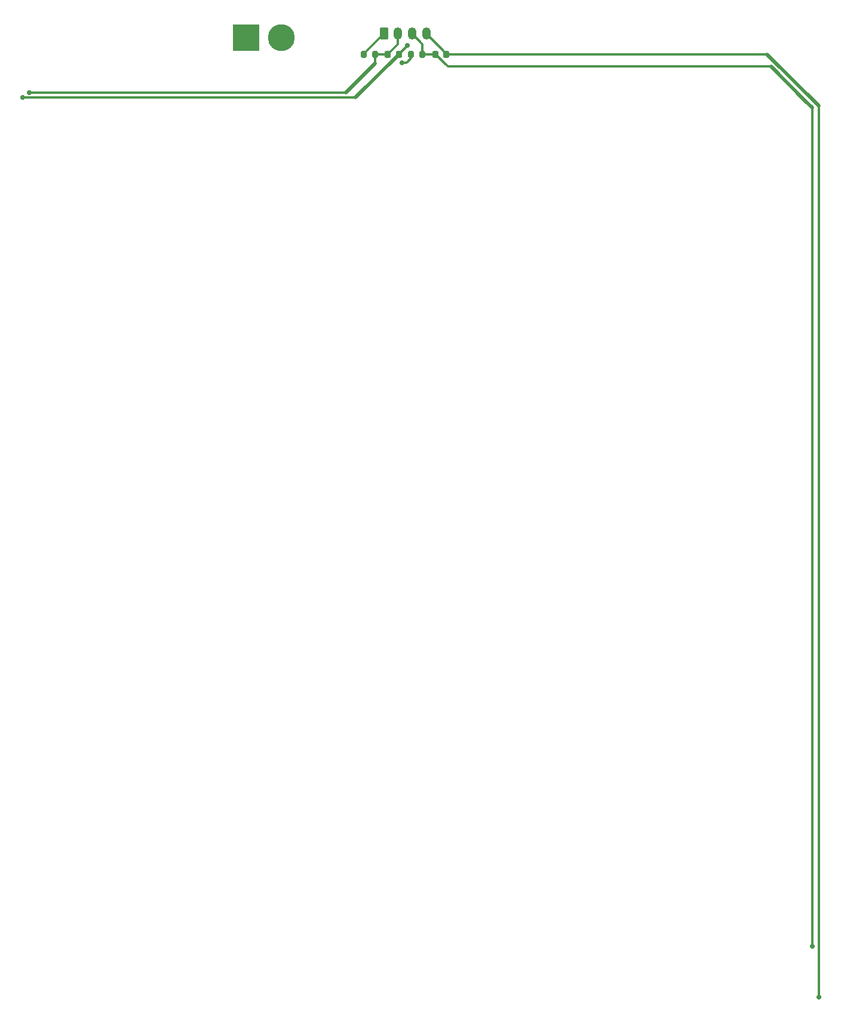
<source format=gbr>
%TF.GenerationSoftware,KiCad,Pcbnew,9.0.6-unknown-202512120022~866d92e1f6~ubuntu24.04.1*%
%TF.CreationDate,2026-01-16T23:30:06+02:00*%
%TF.ProjectId,TaltechPlate,54616c74-6563-4685-906c-6174652e6b69,rev?*%
%TF.SameCoordinates,Original*%
%TF.FileFunction,Copper,L2,Bot*%
%TF.FilePolarity,Positive*%
%FSLAX46Y46*%
G04 Gerber Fmt 4.6, Leading zero omitted, Abs format (unit mm)*
G04 Created by KiCad (PCBNEW 9.0.6-unknown-202512120022~866d92e1f6~ubuntu24.04.1) date 2026-01-16 23:30:06*
%MOMM*%
%LPD*%
G01*
G04 APERTURE LIST*
G04 Aperture macros list*
%AMRoundRect*
0 Rectangle with rounded corners*
0 $1 Rounding radius*
0 $2 $3 $4 $5 $6 $7 $8 $9 X,Y pos of 4 corners*
0 Add a 4 corners polygon primitive as box body*
4,1,4,$2,$3,$4,$5,$6,$7,$8,$9,$2,$3,0*
0 Add four circle primitives for the rounded corners*
1,1,$1+$1,$2,$3*
1,1,$1+$1,$4,$5*
1,1,$1+$1,$6,$7*
1,1,$1+$1,$8,$9*
0 Add four rect primitives between the rounded corners*
20,1,$1+$1,$2,$3,$4,$5,0*
20,1,$1+$1,$4,$5,$6,$7,0*
20,1,$1+$1,$6,$7,$8,$9,0*
20,1,$1+$1,$8,$9,$2,$3,0*%
G04 Aperture macros list end*
%TA.AperFunction,ComponentPad*%
%ADD10RoundRect,0.250000X-0.350000X-0.625000X0.350000X-0.625000X0.350000X0.625000X-0.350000X0.625000X0*%
%TD*%
%TA.AperFunction,ComponentPad*%
%ADD11O,1.200000X1.750000*%
%TD*%
%TA.AperFunction,ComponentPad*%
%ADD12R,3.800000X3.800000*%
%TD*%
%TA.AperFunction,ComponentPad*%
%ADD13C,3.800000*%
%TD*%
%TA.AperFunction,SMDPad,CuDef*%
%ADD14RoundRect,0.200000X0.200000X0.275000X-0.200000X0.275000X-0.200000X-0.275000X0.200000X-0.275000X0*%
%TD*%
%TA.AperFunction,SMDPad,CuDef*%
%ADD15RoundRect,0.225000X-0.225000X-0.250000X0.225000X-0.250000X0.225000X0.250000X-0.225000X0.250000X0*%
%TD*%
%TA.AperFunction,ViaPad*%
%ADD16C,0.700000*%
%TD*%
%TA.AperFunction,Conductor*%
%ADD17C,0.300000*%
%TD*%
%TA.AperFunction,Conductor*%
%ADD18C,0.500000*%
%TD*%
G04 APERTURE END LIST*
D10*
%TO.P,J2,1,Pin_1*%
%TO.N,+3.3V*%
X106125000Y-38450000D03*
D11*
%TO.P,J2,2,Pin_2*%
%TO.N,/NTC_1*%
X108125000Y-38450000D03*
%TO.P,J2,3,Pin_3*%
%TO.N,/NTC_2*%
X110125000Y-38450000D03*
%TO.P,J2,4,Pin_4*%
%TO.N,GND*%
X112125000Y-38450000D03*
%TD*%
D12*
%TO.P,J1,1,Pin_1*%
%TO.N,Net-(J1-Pin_1)*%
X86625000Y-39000000D03*
D13*
%TO.P,J1,2,Pin_2*%
X91625000Y-39000000D03*
%TD*%
D14*
%TO.P,R1,1*%
%TO.N,/NTC_2*%
X111600000Y-41350000D03*
%TO.P,R1,2*%
%TO.N,+3.3V*%
X109950000Y-41350000D03*
%TD*%
D15*
%TO.P,C2,1*%
%TO.N,/NTC_2*%
X113425000Y-41350000D03*
%TO.P,C2,2*%
%TO.N,GND*%
X114975000Y-41350000D03*
%TD*%
%TO.P,C1,1*%
%TO.N,/NTC_1*%
X106675000Y-41350000D03*
%TO.P,C1,2*%
%TO.N,GND*%
X108225000Y-41350000D03*
%TD*%
D14*
%TO.P,R2,1*%
%TO.N,/NTC_1*%
X104900000Y-41350000D03*
%TO.P,R2,2*%
%TO.N,+3.3V*%
X103250000Y-41350000D03*
%TD*%
D16*
%TO.N,/NTC_1*%
X55850000Y-46800000D03*
%TO.N,GND*%
X167775000Y-174900000D03*
X54900000Y-47500000D03*
X109475000Y-40100000D03*
%TO.N,/NTC_2*%
X166875000Y-167700000D03*
%TO.N,+3.3V*%
X108650000Y-42600000D03*
%TD*%
D17*
%TO.N,/NTC_1*%
X55850000Y-46800000D02*
X100725000Y-46800000D01*
X104900000Y-41350000D02*
X106675000Y-41350000D01*
X108125000Y-39900000D02*
X108125000Y-38450000D01*
X104900000Y-42625000D02*
X104900000Y-41350000D01*
X106675000Y-41350000D02*
X108125000Y-39900000D01*
D18*
X100725000Y-46800000D02*
X104900000Y-42625000D01*
D17*
%TO.N,GND*%
X114975000Y-41350000D02*
X114975000Y-41300000D01*
X114975000Y-41350000D02*
X160450000Y-41350000D01*
X114975000Y-41300000D02*
X112125000Y-38450000D01*
X167775000Y-48675000D02*
X167775000Y-174900000D01*
X109475000Y-40100000D02*
X108225000Y-41350000D01*
X54900000Y-47500000D02*
X102075000Y-47500000D01*
D18*
X160450000Y-41350000D02*
X167775000Y-48675000D01*
X102075000Y-47500000D02*
X108225000Y-41350000D01*
D17*
%TO.N,/NTC_2*%
X113425000Y-41350000D02*
X115175000Y-43100000D01*
X166875000Y-48950000D02*
X166825000Y-48900000D01*
X166875000Y-167700000D02*
X166875000Y-48950000D01*
X113425000Y-41350000D02*
X111600000Y-41350000D01*
X111600000Y-41350000D02*
X111600000Y-39925000D01*
X143850000Y-43100000D02*
X161025000Y-43100000D01*
X115175000Y-43100000D02*
X143850000Y-43100000D01*
D18*
X166825000Y-48900000D02*
X165875000Y-47950000D01*
D17*
X111600000Y-39925000D02*
X110125000Y-38450000D01*
D18*
X161025000Y-43100000D02*
X165875000Y-47950000D01*
D17*
%TO.N,+3.3V*%
X103250000Y-41325000D02*
X106125000Y-38450000D01*
X109500000Y-42350000D02*
X109250000Y-42600000D01*
X103250000Y-41350000D02*
X103250000Y-41325000D01*
X109950000Y-41900000D02*
X109500000Y-42350000D01*
X109950000Y-41350000D02*
X109950000Y-41900000D01*
X109250000Y-42600000D02*
X108650000Y-42600000D01*
%TD*%
M02*

</source>
